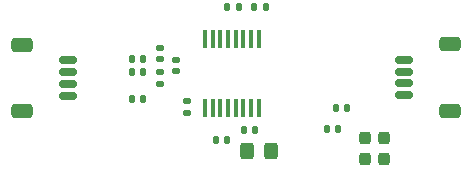
<source format=gbr>
%TF.GenerationSoftware,KiCad,Pcbnew,(6.0.4-0)*%
%TF.CreationDate,2022-07-19T08:11:49-06:00*%
%TF.ProjectId,two-wire-single,74776f2d-7769-4726-952d-73696e676c65,rev?*%
%TF.SameCoordinates,Original*%
%TF.FileFunction,Paste,Top*%
%TF.FilePolarity,Positive*%
%FSLAX46Y46*%
G04 Gerber Fmt 4.6, Leading zero omitted, Abs format (unit mm)*
G04 Created by KiCad (PCBNEW (6.0.4-0)) date 2022-07-19 08:11:49*
%MOMM*%
%LPD*%
G01*
G04 APERTURE LIST*
G04 Aperture macros list*
%AMRoundRect*
0 Rectangle with rounded corners*
0 $1 Rounding radius*
0 $2 $3 $4 $5 $6 $7 $8 $9 X,Y pos of 4 corners*
0 Add a 4 corners polygon primitive as box body*
4,1,4,$2,$3,$4,$5,$6,$7,$8,$9,$2,$3,0*
0 Add four circle primitives for the rounded corners*
1,1,$1+$1,$2,$3*
1,1,$1+$1,$4,$5*
1,1,$1+$1,$6,$7*
1,1,$1+$1,$8,$9*
0 Add four rect primitives between the rounded corners*
20,1,$1+$1,$2,$3,$4,$5,0*
20,1,$1+$1,$4,$5,$6,$7,0*
20,1,$1+$1,$6,$7,$8,$9,0*
20,1,$1+$1,$8,$9,$2,$3,0*%
G04 Aperture macros list end*
%ADD10RoundRect,0.147500X-0.147500X-0.172500X0.147500X-0.172500X0.147500X0.172500X-0.147500X0.172500X0*%
%ADD11RoundRect,0.147500X0.147500X0.172500X-0.147500X0.172500X-0.147500X-0.172500X0.147500X-0.172500X0*%
%ADD12RoundRect,0.250000X0.325000X0.450000X-0.325000X0.450000X-0.325000X-0.450000X0.325000X-0.450000X0*%
%ADD13RoundRect,0.147500X-0.172500X0.147500X-0.172500X-0.147500X0.172500X-0.147500X0.172500X0.147500X0*%
%ADD14RoundRect,0.147500X0.172500X-0.147500X0.172500X0.147500X-0.172500X0.147500X-0.172500X-0.147500X0*%
%ADD15R,0.450000X1.500000*%
%ADD16RoundRect,0.150000X-0.625000X0.150000X-0.625000X-0.150000X0.625000X-0.150000X0.625000X0.150000X0*%
%ADD17RoundRect,0.250000X-0.650000X0.350000X-0.650000X-0.350000X0.650000X-0.350000X0.650000X0.350000X0*%
%ADD18RoundRect,0.237500X0.237500X-0.287500X0.237500X0.287500X-0.237500X0.287500X-0.237500X-0.287500X0*%
%ADD19RoundRect,0.150000X0.625000X-0.150000X0.625000X0.150000X-0.625000X0.150000X-0.625000X-0.150000X0*%
%ADD20RoundRect,0.250000X0.650000X-0.350000X0.650000X0.350000X-0.650000X0.350000X-0.650000X-0.350000X0*%
G04 APERTURE END LIST*
D10*
%TO.C,R13*%
X110683000Y-92300000D03*
X111653000Y-92300000D03*
%TD*%
D11*
%TO.C,R14*%
X111650000Y-88950000D03*
X110680000Y-88950000D03*
%TD*%
%TO.C,R15*%
X111635000Y-90050000D03*
X110665000Y-90050000D03*
%TD*%
D12*
%TO.C,L2*%
X122475000Y-96750000D03*
X120425000Y-96750000D03*
%TD*%
D13*
%TO.C,C8*%
X113050000Y-87965000D03*
X113050000Y-88935000D03*
%TD*%
%TO.C,C9*%
X113050000Y-90050000D03*
X113050000Y-91020000D03*
%TD*%
%TO.C,C10*%
X114450000Y-88990000D03*
X114450000Y-89960000D03*
%TD*%
D14*
%TO.C,C11*%
X115350000Y-93460000D03*
X115350000Y-92490000D03*
%TD*%
D10*
%TO.C,C17*%
X120165000Y-94950000D03*
X121135000Y-94950000D03*
%TD*%
D15*
%TO.C,IC2*%
X121425000Y-87200000D03*
X120775000Y-87200000D03*
X120125000Y-87200000D03*
X119475000Y-87200000D03*
X118825000Y-87200000D03*
X118175000Y-87200000D03*
X117525000Y-87200000D03*
X116875000Y-87200000D03*
X116875000Y-93100000D03*
X117525000Y-93100000D03*
X118175000Y-93100000D03*
X118825000Y-93100000D03*
X119475000Y-93100000D03*
X120125000Y-93100000D03*
X120775000Y-93100000D03*
X121425000Y-93100000D03*
%TD*%
D10*
%TO.C,C27*%
X118765000Y-84550000D03*
X119735000Y-84550000D03*
%TD*%
D11*
%TO.C,R23*%
X122035000Y-84550000D03*
X121065000Y-84550000D03*
%TD*%
D10*
%TO.C,C18*%
X117780000Y-95750000D03*
X118750000Y-95750000D03*
%TD*%
D16*
%TO.C,J1*%
X105250000Y-89050000D03*
X105250000Y-90050000D03*
X105250000Y-91050000D03*
X105250000Y-92050000D03*
D17*
X101375000Y-93350000D03*
X101375000Y-87750000D03*
%TD*%
D18*
%TO.C,R1*%
X132050000Y-97375000D03*
X132050000Y-95625000D03*
%TD*%
%TO.C,R2*%
X130400000Y-97375000D03*
X130400000Y-95625000D03*
%TD*%
D19*
%TO.C,J2*%
X133750000Y-92000000D03*
X133750000Y-91000000D03*
X133750000Y-90000000D03*
X133750000Y-89000000D03*
D20*
X137625000Y-87700000D03*
X137625000Y-93300000D03*
%TD*%
D11*
%TO.C,R3*%
X128150000Y-94850000D03*
X127180000Y-94850000D03*
%TD*%
D10*
%TO.C,R4*%
X127930000Y-93050000D03*
X128900000Y-93050000D03*
%TD*%
M02*

</source>
